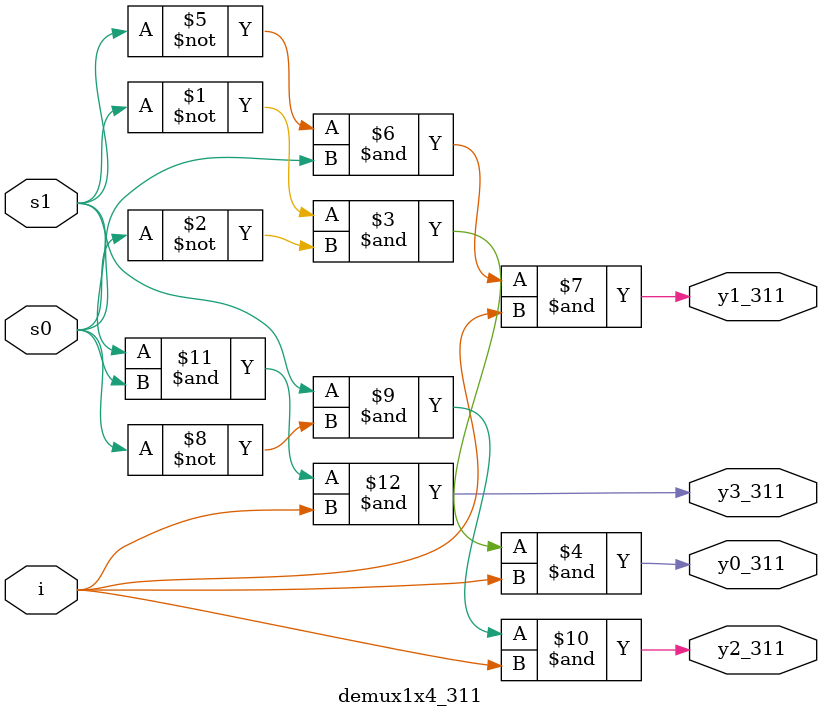
<source format=v>
`timescale 1ns / 1ps
module demux1x4_311(
    input i,
    input s0,
    input s1,
    output y0_311,
    output y1_311,
    output y2_311,
	 output y3_311
    );
assign y0_311=((~s1)&(~s0)&(i));
assign y1_311=((~s1)&(s0)&(i));
assign y2_311=((s1)&(~s0)&(i));
assign y3_311=((s1)&(s0)&(i));
endmodule

</source>
